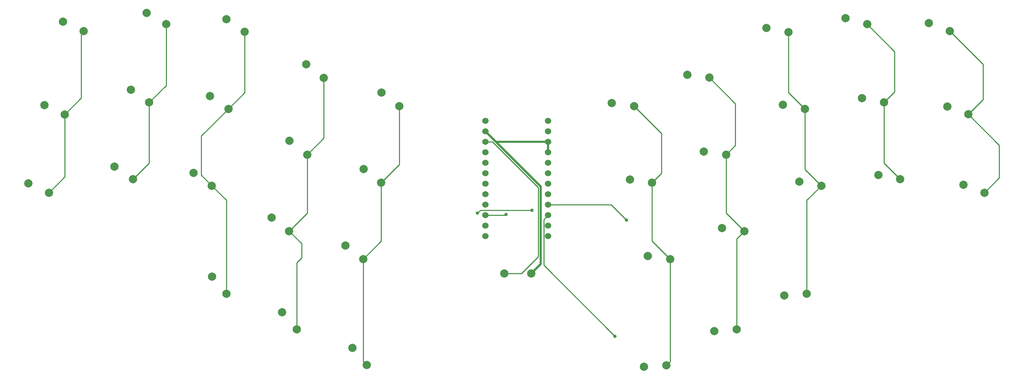
<source format=gtl>
G04 #@! TF.GenerationSoftware,KiCad,Pcbnew,(6.0.6)*
G04 #@! TF.CreationDate,2022-07-31T21:57:04+09:00*
G04 #@! TF.ProjectId,nowt36lp,6e6f7774-3336-46c7-902e-6b696361645f,rev?*
G04 #@! TF.SameCoordinates,Original*
G04 #@! TF.FileFunction,Copper,L1,Top*
G04 #@! TF.FilePolarity,Positive*
%FSLAX46Y46*%
G04 Gerber Fmt 4.6, Leading zero omitted, Abs format (unit mm)*
G04 Created by KiCad (PCBNEW (6.0.6)) date 2022-07-31 21:57:04*
%MOMM*%
%LPD*%
G01*
G04 APERTURE LIST*
G04 #@! TA.AperFunction,ComponentPad*
%ADD10C,2.000000*%
G04 #@! TD*
G04 #@! TA.AperFunction,ComponentPad*
%ADD11C,1.524000*%
G04 #@! TD*
G04 #@! TA.AperFunction,ViaPad*
%ADD12C,0.800000*%
G04 #@! TD*
G04 #@! TA.AperFunction,Conductor*
%ADD13C,0.250000*%
G04 #@! TD*
G04 #@! TA.AperFunction,Conductor*
%ADD14C,0.500000*%
G04 #@! TD*
G04 APERTURE END LIST*
D10*
X129435368Y-71357962D03*
X125149258Y-68035423D03*
X111198168Y-64499962D03*
X106912058Y-61177423D03*
X64991121Y-89108471D03*
X60536998Y-86014802D03*
X250654679Y-89083071D03*
X245327326Y-88068519D03*
X194973432Y-108467362D03*
X189600283Y-107733013D03*
X125066568Y-89899962D03*
X120780458Y-86577423D03*
X194067544Y-134161938D03*
X188659131Y-134560777D03*
X120697768Y-108441962D03*
X116411658Y-105119423D03*
X228027344Y-116839138D03*
X222618931Y-117237977D03*
X48511293Y-73384206D03*
X43587628Y-71110988D03*
X68953521Y-70464871D03*
X64499398Y-67371202D03*
X88105121Y-72014271D03*
X83650998Y-68920602D03*
X186235832Y-71357962D03*
X180862683Y-70623613D03*
X267134507Y-73358806D03*
X262064264Y-71434583D03*
X211034744Y-125500538D03*
X205626331Y-125899377D03*
X212910132Y-101661862D03*
X207536983Y-100927513D03*
X84117321Y-90657871D03*
X79663198Y-87564202D03*
X53057893Y-53140406D03*
X48134228Y-50867188D03*
X223629079Y-53396071D03*
X218301726Y-52381519D03*
X102816168Y-101685562D03*
X98530058Y-98363023D03*
X73042571Y-51499822D03*
X68335766Y-48806129D03*
X92067521Y-53370671D03*
X87613398Y-50277002D03*
X242628629Y-51474422D03*
X237409973Y-49999422D03*
X246717679Y-70439471D03*
X241390326Y-69424919D03*
X271020707Y-92332606D03*
X265950464Y-90408383D03*
X227566079Y-72014271D03*
X222238726Y-70999719D03*
X87643856Y-116864538D03*
X84142203Y-112723472D03*
X44675893Y-92332606D03*
X39752228Y-90059388D03*
D11*
X165472400Y-74927000D03*
X165472400Y-77467000D03*
X165472400Y-80007000D03*
X165472400Y-82547000D03*
X165472400Y-85087000D03*
X165472400Y-87627000D03*
X165472400Y-90167000D03*
X165472400Y-92707000D03*
X165472400Y-95247000D03*
X165472400Y-97787000D03*
X165472400Y-100327000D03*
X165472400Y-102867000D03*
X150252400Y-102867000D03*
X150252400Y-100327000D03*
X150252400Y-97787000D03*
X150252400Y-95247000D03*
X150252400Y-92707000D03*
X150252400Y-90167000D03*
X150252400Y-87627000D03*
X150252400Y-85087000D03*
X150252400Y-82547000D03*
X150252400Y-80007000D03*
X150252400Y-77467000D03*
X150252400Y-74927000D03*
D10*
X262613307Y-53140406D03*
X257543064Y-51216183D03*
X154850000Y-111950000D03*
X161350000Y-111950000D03*
X204498432Y-64474562D03*
X199125283Y-63740213D03*
X104636456Y-125500538D03*
X101134803Y-121359472D03*
X208511632Y-83143562D03*
X203138483Y-82409213D03*
X121584656Y-134141638D03*
X118083003Y-130000572D03*
X231553879Y-90657871D03*
X226226526Y-89643319D03*
X190604632Y-89899962D03*
X185231483Y-89165613D03*
X107184968Y-83118162D03*
X102898858Y-79795623D03*
D12*
X184410000Y-98950000D03*
X148358906Y-97288200D03*
X161540000Y-96590000D03*
X181630000Y-127140000D03*
X155280000Y-97640000D03*
D13*
X149057106Y-96590000D02*
X161540000Y-96590000D01*
X165472400Y-95247000D02*
X180707000Y-95247000D01*
X180707000Y-95247000D02*
X184410000Y-98950000D01*
X148358906Y-97288200D02*
X149057106Y-96590000D01*
X165472400Y-97787000D02*
X164385400Y-98874000D01*
X164385400Y-98874000D02*
X164385400Y-109895400D01*
X164385400Y-109895400D02*
X181630000Y-127140000D01*
D14*
X163640000Y-90854600D02*
X163640000Y-109660000D01*
X163640000Y-109660000D02*
X161350000Y-111950000D01*
X150252400Y-77467000D02*
X163640000Y-90854600D01*
X150252400Y-77467000D02*
X152792400Y-80007000D01*
X152792400Y-80007000D02*
X165472400Y-80007000D01*
X165472400Y-80007000D02*
X165472400Y-82547000D01*
D13*
X48511293Y-73384206D02*
X52511187Y-69384312D01*
X52511187Y-69384312D02*
X52511187Y-53687112D01*
X48511293Y-88497206D02*
X44675893Y-92332606D01*
X48511293Y-73384206D02*
X48511293Y-88497206D01*
X52511187Y-53687112D02*
X53057893Y-53140406D01*
X64991121Y-89108471D02*
X68953521Y-85146071D01*
X73042571Y-66375821D02*
X73042571Y-51499822D01*
X68953521Y-85146071D02*
X68953521Y-70464871D01*
X68953521Y-70464871D02*
X73042571Y-66375821D01*
X87643856Y-116864538D02*
X87643856Y-94184406D01*
X84117321Y-90657871D02*
X81550013Y-88090563D01*
X81550013Y-78569379D02*
X88105121Y-72014271D01*
X81550013Y-88090563D02*
X81550013Y-78569379D01*
X87643856Y-94184406D02*
X84117321Y-90657871D01*
X92067521Y-68051871D02*
X92067521Y-53370671D01*
X88105121Y-72014271D02*
X92067521Y-68051871D01*
X105816779Y-108125557D02*
X104636456Y-109305880D01*
X105816779Y-104686173D02*
X105816779Y-108125557D01*
X111198168Y-64499962D02*
X111198168Y-79104962D01*
X107184968Y-97316762D02*
X102816168Y-101685562D01*
X104636456Y-109305880D02*
X104636456Y-125500538D01*
X107184968Y-83118162D02*
X107184968Y-97316762D01*
X111198168Y-79104962D02*
X107184968Y-83118162D01*
X102816168Y-101685562D02*
X105816779Y-104686173D01*
X120697768Y-133254750D02*
X121584656Y-134141638D01*
X120697768Y-108441962D02*
X125066568Y-104073162D01*
X129435368Y-85531162D02*
X129435368Y-71357962D01*
X125066568Y-104073162D02*
X125066568Y-89899962D01*
X120697768Y-108441962D02*
X120697768Y-133254750D01*
X125066568Y-89899962D02*
X129435368Y-85531162D01*
X194973432Y-108467362D02*
X194973432Y-133256050D01*
X194973432Y-133256050D02*
X194067544Y-134161938D01*
X192871587Y-87633007D02*
X192871587Y-77993717D01*
X190604632Y-89899962D02*
X192871587Y-87633007D01*
X190604632Y-89899962D02*
X190604632Y-104098562D01*
X150252400Y-97787000D02*
X155133000Y-97787000D01*
X155133000Y-97787000D02*
X155280000Y-97640000D01*
X190604632Y-104098562D02*
X194973432Y-108467362D01*
X192871587Y-77993717D02*
X186235832Y-71357962D01*
X212910132Y-101661862D02*
X211034744Y-103537250D01*
X208511632Y-97263362D02*
X212910132Y-101661862D01*
X210778587Y-80876607D02*
X210778587Y-70754717D01*
X208511632Y-83143562D02*
X210778587Y-80876607D01*
X208511632Y-83143562D02*
X208511632Y-97263362D01*
X210778587Y-70754717D02*
X204498432Y-64474562D01*
X211034744Y-103537250D02*
X211034744Y-125500538D01*
X228027344Y-116839138D02*
X228027344Y-94184406D01*
X231553879Y-90657871D02*
X227566079Y-86670071D01*
X228027344Y-94184406D02*
X231553879Y-90657871D01*
X227566079Y-86670071D02*
X227566079Y-72014271D01*
X223629079Y-68077271D02*
X223629079Y-53396071D01*
X227566079Y-72014271D02*
X223629079Y-68077271D01*
X246717679Y-70439471D02*
X249284987Y-67872163D01*
X246717679Y-85146071D02*
X246717679Y-70439471D01*
X250654679Y-89083071D02*
X246717679Y-85146071D01*
X249284987Y-67872163D02*
X249284987Y-58130780D01*
X249284987Y-58130780D02*
X242628629Y-51474422D01*
X270722587Y-61249686D02*
X262613307Y-53140406D01*
X267134507Y-73358806D02*
X270722587Y-69770726D01*
X274608787Y-88744526D02*
X274608787Y-80833086D01*
X270722587Y-69770726D02*
X270722587Y-61249686D01*
X274608787Y-80833086D02*
X267134507Y-73358806D01*
X271020707Y-92332606D02*
X274608787Y-88744526D01*
X163065000Y-91092772D02*
X151979228Y-80007000D01*
X154850000Y-111950000D02*
X159010000Y-111950000D01*
X159010000Y-111950000D02*
X163065000Y-107895000D01*
X151979228Y-80007000D02*
X150252400Y-80007000D01*
X163065000Y-107895000D02*
X163065000Y-91092772D01*
M02*

</source>
